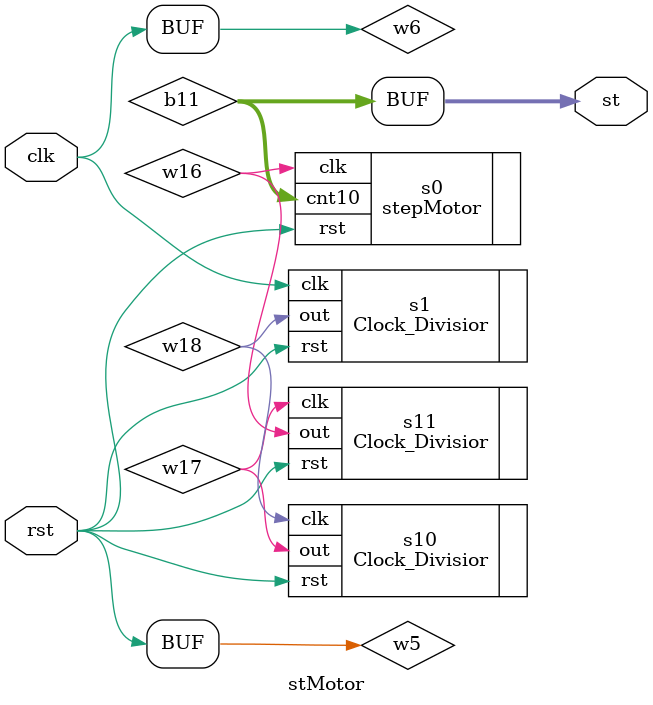
<source format=v>
module stMotor(clk,rst,st);

input clk;
input rst;
output [3:0] st;

wire [3:0] b11;
wire  w16;
wire  w17;
wire  w18;
wire  w5;
wire  w6;

assign w6 = clk;
assign w5 = rst;
assign st = b11;

Clock_Divisior
     s1 (
      .out(w18),
      .rst(w5),
      .clk(w6));

stepMotor
     s0 (
      .cnt10(b11),
      .clk(w16),
      .rst(w5));

Clock_Divisior
     s10 (
      .out(w17),
      .clk(w18),
      .rst(w5));

Clock_Divisior
     s11 (
      .out(w16),
      .clk(w17),
      .rst(w5));

endmodule


</source>
